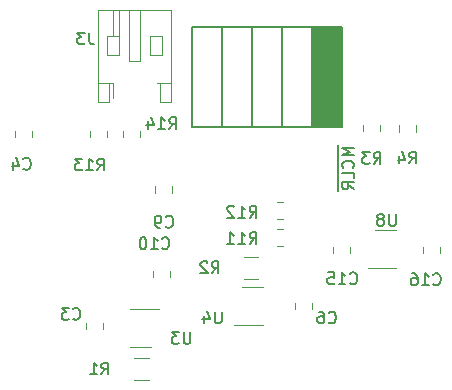
<source format=gbo>
G04 #@! TF.GenerationSoftware,KiCad,Pcbnew,5.1.0*
G04 #@! TF.CreationDate,2019-04-18T22:06:34-04:00*
G04 #@! TF.ProjectId,sensors,73656e73-6f72-4732-9e6b-696361645f70,rev?*
G04 #@! TF.SameCoordinates,Original*
G04 #@! TF.FileFunction,Legend,Bot*
G04 #@! TF.FilePolarity,Positive*
%FSLAX46Y46*%
G04 Gerber Fmt 4.6, Leading zero omitted, Abs format (unit mm)*
G04 Created by KiCad (PCBNEW 5.1.0) date 2019-04-18 22:06:34*
%MOMM*%
%LPD*%
G04 APERTURE LIST*
%ADD10C,0.120000*%
%ADD11C,0.150000*%
G04 APERTURE END LIST*
D10*
X136173000Y-68186000D02*
X135893000Y-68186000D01*
X135893000Y-68186000D02*
X135893000Y-69786000D01*
X135893000Y-69786000D02*
X134973000Y-69786000D01*
X134973000Y-69786000D02*
X134973000Y-61966000D01*
X134973000Y-61966000D02*
X141093000Y-61966000D01*
X141093000Y-61966000D02*
X141093000Y-69786000D01*
X141093000Y-69786000D02*
X140173000Y-69786000D01*
X140173000Y-69786000D02*
X140173000Y-68186000D01*
X140173000Y-68186000D02*
X139893000Y-68186000D01*
X137533000Y-61966000D02*
X137533000Y-66326000D01*
X137533000Y-66326000D02*
X138533000Y-66326000D01*
X138533000Y-66326000D02*
X138533000Y-61966000D01*
X134973000Y-68186000D02*
X135893000Y-68186000D01*
X141093000Y-68186000D02*
X140173000Y-68186000D01*
X135733000Y-65826000D02*
X135733000Y-64226000D01*
X135733000Y-64226000D02*
X136733000Y-64226000D01*
X136733000Y-64226000D02*
X136733000Y-65826000D01*
X136733000Y-65826000D02*
X135733000Y-65826000D01*
X140333000Y-65826000D02*
X140333000Y-64226000D01*
X140333000Y-64226000D02*
X139333000Y-64226000D01*
X139333000Y-64226000D02*
X139333000Y-65826000D01*
X139333000Y-65826000D02*
X140333000Y-65826000D01*
X136733000Y-64226000D02*
X136733000Y-61966000D01*
X136233000Y-64226000D02*
X136233000Y-61966000D01*
X136173000Y-68186000D02*
X136173000Y-69401000D01*
D11*
X155575000Y-71895000D02*
X142875000Y-71895000D01*
X155575000Y-63395000D02*
X142875000Y-63395000D01*
X155575000Y-71895000D02*
X155575000Y-63395000D01*
X142875000Y-71895000D02*
X142875000Y-63395000D01*
X145415000Y-71895000D02*
X145415000Y-63395000D01*
X150495000Y-71895000D02*
X150495000Y-63395000D01*
X147955000Y-71895000D02*
X147955000Y-63395000D01*
X153035000Y-71895000D02*
X153035000Y-63395000D01*
G36*
X155524200Y-63449200D02*
G01*
X153085800Y-63449200D01*
X153085800Y-71831200D01*
X155524200Y-71831200D01*
X155524200Y-63449200D01*
G37*
X155524200Y-63449200D02*
X153085800Y-63449200D01*
X153085800Y-71831200D01*
X155524200Y-71831200D01*
X155524200Y-63449200D01*
D10*
X160453000Y-72279252D02*
X160453000Y-71756748D01*
X161873000Y-72279252D02*
X161873000Y-71756748D01*
X153059200Y-86800948D02*
X153059200Y-87323452D01*
X151639200Y-86800948D02*
X151639200Y-87323452D01*
X141222800Y-77442852D02*
X141222800Y-76920348D01*
X139802800Y-77442852D02*
X139802800Y-76920348D01*
X140994200Y-84092148D02*
X140994200Y-84614652D01*
X139574200Y-84092148D02*
X139574200Y-84614652D01*
X154865000Y-82566252D02*
X154865000Y-82043748D01*
X156285000Y-82566252D02*
X156285000Y-82043748D01*
X163905000Y-82566252D02*
X163905000Y-82043748D01*
X162485000Y-82566252D02*
X162485000Y-82043748D01*
X148466564Y-82910000D02*
X147262436Y-82910000D01*
X148466564Y-84730000D02*
X147262436Y-84730000D01*
X157405000Y-71738748D02*
X157405000Y-72261252D01*
X158825000Y-71738748D02*
X158825000Y-72261252D01*
X158405000Y-80620000D02*
X160205000Y-80620000D01*
X160205000Y-83840000D02*
X157755000Y-83840000D01*
X147109600Y-85410400D02*
X148909600Y-85410400D01*
X148909600Y-88630400D02*
X146459600Y-88630400D01*
X133910000Y-89025252D02*
X133910000Y-88502748D01*
X135330000Y-89025252D02*
X135330000Y-88502748D01*
X129361000Y-72769252D02*
X129361000Y-72246748D01*
X127941000Y-72769252D02*
X127941000Y-72246748D01*
X138016836Y-93315200D02*
X139220964Y-93315200D01*
X138016836Y-91495200D02*
X139220964Y-91495200D01*
X139453200Y-90550600D02*
X137653200Y-90550600D01*
X137653200Y-87330600D02*
X140103200Y-87330600D01*
X150638252Y-80570000D02*
X150115748Y-80570000D01*
X150638252Y-81990000D02*
X150115748Y-81990000D01*
X150638252Y-79704000D02*
X150115748Y-79704000D01*
X150638252Y-78284000D02*
X150115748Y-78284000D01*
X135711000Y-72246748D02*
X135711000Y-72769252D01*
X134291000Y-72246748D02*
X134291000Y-72769252D01*
X138505000Y-72769252D02*
X138505000Y-72246748D01*
X137085000Y-72769252D02*
X137085000Y-72246748D01*
D11*
X134191333Y-63904880D02*
X134191333Y-64619166D01*
X134238952Y-64762023D01*
X134334190Y-64857261D01*
X134477047Y-64904880D01*
X134572285Y-64904880D01*
X133810380Y-63904880D02*
X133191333Y-63904880D01*
X133524666Y-64285833D01*
X133381809Y-64285833D01*
X133286571Y-64333452D01*
X133238952Y-64381071D01*
X133191333Y-64476309D01*
X133191333Y-64714404D01*
X133238952Y-64809642D01*
X133286571Y-64857261D01*
X133381809Y-64904880D01*
X133667523Y-64904880D01*
X133762761Y-64857261D01*
X133810380Y-64809642D01*
X155231500Y-73398309D02*
X155231500Y-74541166D01*
X156598880Y-73636404D02*
X155598880Y-73636404D01*
X156313166Y-73969738D01*
X155598880Y-74303071D01*
X156598880Y-74303071D01*
X155231500Y-74541166D02*
X155231500Y-75541166D01*
X156503642Y-75350690D02*
X156551261Y-75303071D01*
X156598880Y-75160214D01*
X156598880Y-75064976D01*
X156551261Y-74922119D01*
X156456023Y-74826880D01*
X156360785Y-74779261D01*
X156170309Y-74731642D01*
X156027452Y-74731642D01*
X155836976Y-74779261D01*
X155741738Y-74826880D01*
X155646500Y-74922119D01*
X155598880Y-75064976D01*
X155598880Y-75160214D01*
X155646500Y-75303071D01*
X155694119Y-75350690D01*
X155231500Y-75541166D02*
X155231500Y-76350690D01*
X156598880Y-76255452D02*
X156598880Y-75779261D01*
X155598880Y-75779261D01*
X155231500Y-76350690D02*
X155231500Y-77350690D01*
X156598880Y-77160214D02*
X156122690Y-76826880D01*
X156598880Y-76588785D02*
X155598880Y-76588785D01*
X155598880Y-76969738D01*
X155646500Y-77064976D01*
X155694119Y-77112595D01*
X155789357Y-77160214D01*
X155932214Y-77160214D01*
X156027452Y-77112595D01*
X156075071Y-77064976D01*
X156122690Y-76969738D01*
X156122690Y-76588785D01*
X161304266Y-74984980D02*
X161637600Y-74508790D01*
X161875695Y-74984980D02*
X161875695Y-73984980D01*
X161494742Y-73984980D01*
X161399504Y-74032600D01*
X161351885Y-74080219D01*
X161304266Y-74175457D01*
X161304266Y-74318314D01*
X161351885Y-74413552D01*
X161399504Y-74461171D01*
X161494742Y-74508790D01*
X161875695Y-74508790D01*
X160447123Y-74318314D02*
X160447123Y-74984980D01*
X160685219Y-73937361D02*
X160923314Y-74651647D01*
X160304266Y-74651647D01*
X154471666Y-88431642D02*
X154519285Y-88479261D01*
X154662142Y-88526880D01*
X154757380Y-88526880D01*
X154900238Y-88479261D01*
X154995476Y-88384023D01*
X155043095Y-88288785D01*
X155090714Y-88098309D01*
X155090714Y-87955452D01*
X155043095Y-87764976D01*
X154995476Y-87669738D01*
X154900238Y-87574500D01*
X154757380Y-87526880D01*
X154662142Y-87526880D01*
X154519285Y-87574500D01*
X154471666Y-87622119D01*
X153614523Y-87526880D02*
X153805000Y-87526880D01*
X153900238Y-87574500D01*
X153947857Y-87622119D01*
X154043095Y-87764976D01*
X154090714Y-87955452D01*
X154090714Y-88336404D01*
X154043095Y-88431642D01*
X153995476Y-88479261D01*
X153900238Y-88526880D01*
X153709761Y-88526880D01*
X153614523Y-88479261D01*
X153566904Y-88431642D01*
X153519285Y-88336404D01*
X153519285Y-88098309D01*
X153566904Y-88003071D01*
X153614523Y-87955452D01*
X153709761Y-87907833D01*
X153900238Y-87907833D01*
X153995476Y-87955452D01*
X154043095Y-88003071D01*
X154090714Y-88098309D01*
X140679466Y-80316342D02*
X140727085Y-80363961D01*
X140869942Y-80411580D01*
X140965180Y-80411580D01*
X141108038Y-80363961D01*
X141203276Y-80268723D01*
X141250895Y-80173485D01*
X141298514Y-79983009D01*
X141298514Y-79840152D01*
X141250895Y-79649676D01*
X141203276Y-79554438D01*
X141108038Y-79459200D01*
X140965180Y-79411580D01*
X140869942Y-79411580D01*
X140727085Y-79459200D01*
X140679466Y-79506819D01*
X140203276Y-80411580D02*
X140012800Y-80411580D01*
X139917561Y-80363961D01*
X139869942Y-80316342D01*
X139774704Y-80173485D01*
X139727085Y-79983009D01*
X139727085Y-79602057D01*
X139774704Y-79506819D01*
X139822323Y-79459200D01*
X139917561Y-79411580D01*
X140108038Y-79411580D01*
X140203276Y-79459200D01*
X140250895Y-79506819D01*
X140298514Y-79602057D01*
X140298514Y-79840152D01*
X140250895Y-79935390D01*
X140203276Y-79983009D01*
X140108038Y-80030628D01*
X139917561Y-80030628D01*
X139822323Y-79983009D01*
X139774704Y-79935390D01*
X139727085Y-79840152D01*
X140368257Y-82145142D02*
X140415876Y-82192761D01*
X140558733Y-82240380D01*
X140653971Y-82240380D01*
X140796828Y-82192761D01*
X140892066Y-82097523D01*
X140939685Y-82002285D01*
X140987304Y-81811809D01*
X140987304Y-81668952D01*
X140939685Y-81478476D01*
X140892066Y-81383238D01*
X140796828Y-81288000D01*
X140653971Y-81240380D01*
X140558733Y-81240380D01*
X140415876Y-81288000D01*
X140368257Y-81335619D01*
X139415876Y-82240380D02*
X139987304Y-82240380D01*
X139701590Y-82240380D02*
X139701590Y-81240380D01*
X139796828Y-81383238D01*
X139892066Y-81478476D01*
X139987304Y-81526095D01*
X138796828Y-81240380D02*
X138701590Y-81240380D01*
X138606352Y-81288000D01*
X138558733Y-81335619D01*
X138511114Y-81430857D01*
X138463495Y-81621333D01*
X138463495Y-81859428D01*
X138511114Y-82049904D01*
X138558733Y-82145142D01*
X138606352Y-82192761D01*
X138701590Y-82240380D01*
X138796828Y-82240380D01*
X138892066Y-82192761D01*
X138939685Y-82145142D01*
X138987304Y-82049904D01*
X139034923Y-81859428D01*
X139034923Y-81621333D01*
X138987304Y-81430857D01*
X138939685Y-81335619D01*
X138892066Y-81288000D01*
X138796828Y-81240380D01*
X156268657Y-85116942D02*
X156316276Y-85164561D01*
X156459133Y-85212180D01*
X156554371Y-85212180D01*
X156697228Y-85164561D01*
X156792466Y-85069323D01*
X156840085Y-84974085D01*
X156887704Y-84783609D01*
X156887704Y-84640752D01*
X156840085Y-84450276D01*
X156792466Y-84355038D01*
X156697228Y-84259800D01*
X156554371Y-84212180D01*
X156459133Y-84212180D01*
X156316276Y-84259800D01*
X156268657Y-84307419D01*
X155316276Y-85212180D02*
X155887704Y-85212180D01*
X155601990Y-85212180D02*
X155601990Y-84212180D01*
X155697228Y-84355038D01*
X155792466Y-84450276D01*
X155887704Y-84497895D01*
X154411514Y-84212180D02*
X154887704Y-84212180D01*
X154935323Y-84688371D01*
X154887704Y-84640752D01*
X154792466Y-84593133D01*
X154554371Y-84593133D01*
X154459133Y-84640752D01*
X154411514Y-84688371D01*
X154363895Y-84783609D01*
X154363895Y-85021704D01*
X154411514Y-85116942D01*
X154459133Y-85164561D01*
X154554371Y-85212180D01*
X154792466Y-85212180D01*
X154887704Y-85164561D01*
X154935323Y-85116942D01*
X163329857Y-85193142D02*
X163377476Y-85240761D01*
X163520333Y-85288380D01*
X163615571Y-85288380D01*
X163758428Y-85240761D01*
X163853666Y-85145523D01*
X163901285Y-85050285D01*
X163948904Y-84859809D01*
X163948904Y-84716952D01*
X163901285Y-84526476D01*
X163853666Y-84431238D01*
X163758428Y-84336000D01*
X163615571Y-84288380D01*
X163520333Y-84288380D01*
X163377476Y-84336000D01*
X163329857Y-84383619D01*
X162377476Y-85288380D02*
X162948904Y-85288380D01*
X162663190Y-85288380D02*
X162663190Y-84288380D01*
X162758428Y-84431238D01*
X162853666Y-84526476D01*
X162948904Y-84574095D01*
X161520333Y-84288380D02*
X161710809Y-84288380D01*
X161806047Y-84336000D01*
X161853666Y-84383619D01*
X161948904Y-84526476D01*
X161996523Y-84716952D01*
X161996523Y-85097904D01*
X161948904Y-85193142D01*
X161901285Y-85240761D01*
X161806047Y-85288380D01*
X161615571Y-85288380D01*
X161520333Y-85240761D01*
X161472714Y-85193142D01*
X161425095Y-85097904D01*
X161425095Y-84859809D01*
X161472714Y-84764571D01*
X161520333Y-84716952D01*
X161615571Y-84669333D01*
X161806047Y-84669333D01*
X161901285Y-84716952D01*
X161948904Y-84764571D01*
X161996523Y-84859809D01*
X144565666Y-84272380D02*
X144899000Y-83796190D01*
X145137095Y-84272380D02*
X145137095Y-83272380D01*
X144756142Y-83272380D01*
X144660904Y-83320000D01*
X144613285Y-83367619D01*
X144565666Y-83462857D01*
X144565666Y-83605714D01*
X144613285Y-83700952D01*
X144660904Y-83748571D01*
X144756142Y-83796190D01*
X145137095Y-83796190D01*
X144184714Y-83367619D02*
X144137095Y-83320000D01*
X144041857Y-83272380D01*
X143803761Y-83272380D01*
X143708523Y-83320000D01*
X143660904Y-83367619D01*
X143613285Y-83462857D01*
X143613285Y-83558095D01*
X143660904Y-83700952D01*
X144232333Y-84272380D01*
X143613285Y-84272380D01*
X158281666Y-75008780D02*
X158615000Y-74532590D01*
X158853095Y-75008780D02*
X158853095Y-74008780D01*
X158472142Y-74008780D01*
X158376904Y-74056400D01*
X158329285Y-74104019D01*
X158281666Y-74199257D01*
X158281666Y-74342114D01*
X158329285Y-74437352D01*
X158376904Y-74484971D01*
X158472142Y-74532590D01*
X158853095Y-74532590D01*
X157948333Y-74008780D02*
X157329285Y-74008780D01*
X157662619Y-74389733D01*
X157519761Y-74389733D01*
X157424523Y-74437352D01*
X157376904Y-74484971D01*
X157329285Y-74580209D01*
X157329285Y-74818304D01*
X157376904Y-74913542D01*
X157424523Y-74961161D01*
X157519761Y-75008780D01*
X157805476Y-75008780D01*
X157900714Y-74961161D01*
X157948333Y-74913542D01*
X160146904Y-79271880D02*
X160146904Y-80081404D01*
X160099285Y-80176642D01*
X160051666Y-80224261D01*
X159956428Y-80271880D01*
X159765952Y-80271880D01*
X159670714Y-80224261D01*
X159623095Y-80176642D01*
X159575476Y-80081404D01*
X159575476Y-79271880D01*
X158956428Y-79700452D02*
X159051666Y-79652833D01*
X159099285Y-79605214D01*
X159146904Y-79509976D01*
X159146904Y-79462357D01*
X159099285Y-79367119D01*
X159051666Y-79319500D01*
X158956428Y-79271880D01*
X158765952Y-79271880D01*
X158670714Y-79319500D01*
X158623095Y-79367119D01*
X158575476Y-79462357D01*
X158575476Y-79509976D01*
X158623095Y-79605214D01*
X158670714Y-79652833D01*
X158765952Y-79700452D01*
X158956428Y-79700452D01*
X159051666Y-79748071D01*
X159099285Y-79795690D01*
X159146904Y-79890928D01*
X159146904Y-80081404D01*
X159099285Y-80176642D01*
X159051666Y-80224261D01*
X158956428Y-80271880D01*
X158765952Y-80271880D01*
X158670714Y-80224261D01*
X158623095Y-80176642D01*
X158575476Y-80081404D01*
X158575476Y-79890928D01*
X158623095Y-79795690D01*
X158670714Y-79748071D01*
X158765952Y-79700452D01*
X145397104Y-87526880D02*
X145397104Y-88336404D01*
X145349485Y-88431642D01*
X145301866Y-88479261D01*
X145206628Y-88526880D01*
X145016152Y-88526880D01*
X144920914Y-88479261D01*
X144873295Y-88431642D01*
X144825676Y-88336404D01*
X144825676Y-87526880D01*
X143920914Y-87860214D02*
X143920914Y-88526880D01*
X144159009Y-87479261D02*
X144397104Y-88193547D01*
X143778057Y-88193547D01*
X132818166Y-88114142D02*
X132865785Y-88161761D01*
X133008642Y-88209380D01*
X133103880Y-88209380D01*
X133246738Y-88161761D01*
X133341976Y-88066523D01*
X133389595Y-87971285D01*
X133437214Y-87780809D01*
X133437214Y-87637952D01*
X133389595Y-87447476D01*
X133341976Y-87352238D01*
X133246738Y-87257000D01*
X133103880Y-87209380D01*
X133008642Y-87209380D01*
X132865785Y-87257000D01*
X132818166Y-87304619D01*
X132484833Y-87209380D02*
X131865785Y-87209380D01*
X132199119Y-87590333D01*
X132056261Y-87590333D01*
X131961023Y-87637952D01*
X131913404Y-87685571D01*
X131865785Y-87780809D01*
X131865785Y-88018904D01*
X131913404Y-88114142D01*
X131961023Y-88161761D01*
X132056261Y-88209380D01*
X132341976Y-88209380D01*
X132437214Y-88161761D01*
X132484833Y-88114142D01*
X128627166Y-75414142D02*
X128674785Y-75461761D01*
X128817642Y-75509380D01*
X128912880Y-75509380D01*
X129055738Y-75461761D01*
X129150976Y-75366523D01*
X129198595Y-75271285D01*
X129246214Y-75080809D01*
X129246214Y-74937952D01*
X129198595Y-74747476D01*
X129150976Y-74652238D01*
X129055738Y-74557000D01*
X128912880Y-74509380D01*
X128817642Y-74509380D01*
X128674785Y-74557000D01*
X128627166Y-74604619D01*
X127770023Y-74842714D02*
X127770023Y-75509380D01*
X128008119Y-74461761D02*
X128246214Y-75176047D01*
X127627166Y-75176047D01*
X135231166Y-92844880D02*
X135564500Y-92368690D01*
X135802595Y-92844880D02*
X135802595Y-91844880D01*
X135421642Y-91844880D01*
X135326404Y-91892500D01*
X135278785Y-91940119D01*
X135231166Y-92035357D01*
X135231166Y-92178214D01*
X135278785Y-92273452D01*
X135326404Y-92321071D01*
X135421642Y-92368690D01*
X135802595Y-92368690D01*
X134278785Y-92844880D02*
X134850214Y-92844880D01*
X134564500Y-92844880D02*
X134564500Y-91844880D01*
X134659738Y-91987738D01*
X134754976Y-92082976D01*
X134850214Y-92130595D01*
X142747904Y-89241380D02*
X142747904Y-90050904D01*
X142700285Y-90146142D01*
X142652666Y-90193761D01*
X142557428Y-90241380D01*
X142366952Y-90241380D01*
X142271714Y-90193761D01*
X142224095Y-90146142D01*
X142176476Y-90050904D01*
X142176476Y-89241380D01*
X141795523Y-89241380D02*
X141176476Y-89241380D01*
X141509809Y-89622333D01*
X141366952Y-89622333D01*
X141271714Y-89669952D01*
X141224095Y-89717571D01*
X141176476Y-89812809D01*
X141176476Y-90050904D01*
X141224095Y-90146142D01*
X141271714Y-90193761D01*
X141366952Y-90241380D01*
X141652666Y-90241380D01*
X141747904Y-90193761D01*
X141795523Y-90146142D01*
X147772357Y-81795880D02*
X148105690Y-81319690D01*
X148343785Y-81795880D02*
X148343785Y-80795880D01*
X147962833Y-80795880D01*
X147867595Y-80843500D01*
X147819976Y-80891119D01*
X147772357Y-80986357D01*
X147772357Y-81129214D01*
X147819976Y-81224452D01*
X147867595Y-81272071D01*
X147962833Y-81319690D01*
X148343785Y-81319690D01*
X146819976Y-81795880D02*
X147391404Y-81795880D01*
X147105690Y-81795880D02*
X147105690Y-80795880D01*
X147200928Y-80938738D01*
X147296166Y-81033976D01*
X147391404Y-81081595D01*
X145867595Y-81795880D02*
X146439023Y-81795880D01*
X146153309Y-81795880D02*
X146153309Y-80795880D01*
X146248547Y-80938738D01*
X146343785Y-81033976D01*
X146439023Y-81081595D01*
X147772357Y-79573380D02*
X148105690Y-79097190D01*
X148343785Y-79573380D02*
X148343785Y-78573380D01*
X147962833Y-78573380D01*
X147867595Y-78621000D01*
X147819976Y-78668619D01*
X147772357Y-78763857D01*
X147772357Y-78906714D01*
X147819976Y-79001952D01*
X147867595Y-79049571D01*
X147962833Y-79097190D01*
X148343785Y-79097190D01*
X146819976Y-79573380D02*
X147391404Y-79573380D01*
X147105690Y-79573380D02*
X147105690Y-78573380D01*
X147200928Y-78716238D01*
X147296166Y-78811476D01*
X147391404Y-78859095D01*
X146439023Y-78668619D02*
X146391404Y-78621000D01*
X146296166Y-78573380D01*
X146058071Y-78573380D01*
X145962833Y-78621000D01*
X145915214Y-78668619D01*
X145867595Y-78763857D01*
X145867595Y-78859095D01*
X145915214Y-79001952D01*
X146486642Y-79573380D01*
X145867595Y-79573380D01*
X134881857Y-75572880D02*
X135215190Y-75096690D01*
X135453285Y-75572880D02*
X135453285Y-74572880D01*
X135072333Y-74572880D01*
X134977095Y-74620500D01*
X134929476Y-74668119D01*
X134881857Y-74763357D01*
X134881857Y-74906214D01*
X134929476Y-75001452D01*
X134977095Y-75049071D01*
X135072333Y-75096690D01*
X135453285Y-75096690D01*
X133929476Y-75572880D02*
X134500904Y-75572880D01*
X134215190Y-75572880D02*
X134215190Y-74572880D01*
X134310428Y-74715738D01*
X134405666Y-74810976D01*
X134500904Y-74858595D01*
X133596142Y-74572880D02*
X132977095Y-74572880D01*
X133310428Y-74953833D01*
X133167571Y-74953833D01*
X133072333Y-75001452D01*
X133024714Y-75049071D01*
X132977095Y-75144309D01*
X132977095Y-75382404D01*
X133024714Y-75477642D01*
X133072333Y-75525261D01*
X133167571Y-75572880D01*
X133453285Y-75572880D01*
X133548523Y-75525261D01*
X133596142Y-75477642D01*
X140977857Y-72080380D02*
X141311190Y-71604190D01*
X141549285Y-72080380D02*
X141549285Y-71080380D01*
X141168333Y-71080380D01*
X141073095Y-71128000D01*
X141025476Y-71175619D01*
X140977857Y-71270857D01*
X140977857Y-71413714D01*
X141025476Y-71508952D01*
X141073095Y-71556571D01*
X141168333Y-71604190D01*
X141549285Y-71604190D01*
X140025476Y-72080380D02*
X140596904Y-72080380D01*
X140311190Y-72080380D02*
X140311190Y-71080380D01*
X140406428Y-71223238D01*
X140501666Y-71318476D01*
X140596904Y-71366095D01*
X139168333Y-71413714D02*
X139168333Y-72080380D01*
X139406428Y-71032761D02*
X139644523Y-71747047D01*
X139025476Y-71747047D01*
M02*

</source>
